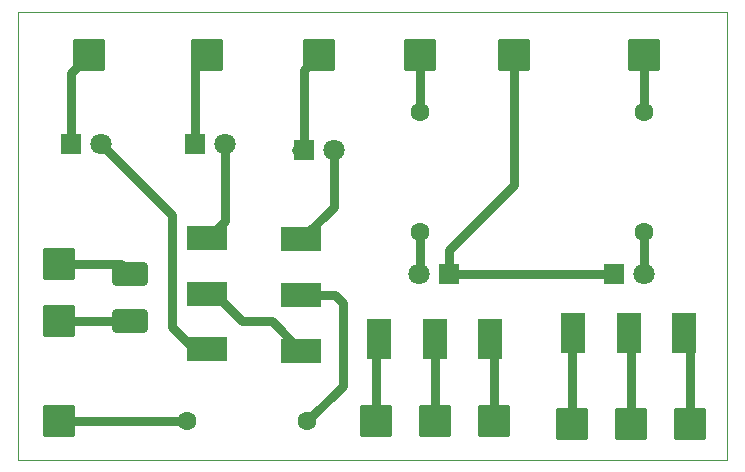
<source format=gbr>
%TF.GenerationSoftware,KiCad,Pcbnew,9.0.6*%
%TF.CreationDate,2025-11-23T16:41:02+00:00*%
%TF.ProjectId,PCB Design,50434220-4465-4736-9967-6e2e6b696361,rev?*%
%TF.SameCoordinates,Original*%
%TF.FileFunction,Copper,L2,Bot*%
%TF.FilePolarity,Positive*%
%FSLAX46Y46*%
G04 Gerber Fmt 4.6, Leading zero omitted, Abs format (unit mm)*
G04 Created by KiCad (PCBNEW 9.0.6) date 2025-11-23 16:41:02*
%MOMM*%
%LPD*%
G01*
G04 APERTURE LIST*
G04 Aperture macros list*
%AMRoundRect*
0 Rectangle with rounded corners*
0 $1 Rounding radius*
0 $2 $3 $4 $5 $6 $7 $8 $9 X,Y pos of 4 corners*
0 Add a 4 corners polygon primitive as box body*
4,1,4,$2,$3,$4,$5,$6,$7,$8,$9,$2,$3,0*
0 Add four circle primitives for the rounded corners*
1,1,$1+$1,$2,$3*
1,1,$1+$1,$4,$5*
1,1,$1+$1,$6,$7*
1,1,$1+$1,$8,$9*
0 Add four rect primitives between the rounded corners*
20,1,$1+$1,$2,$3,$4,$5,0*
20,1,$1+$1,$4,$5,$6,$7,0*
20,1,$1+$1,$6,$7,$8,$9,0*
20,1,$1+$1,$8,$9,$2,$3,0*%
G04 Aperture macros list end*
%TA.AperFunction,ComponentPad*%
%ADD10R,2.000000X3.500000*%
%TD*%
%TA.AperFunction,ComponentPad*%
%ADD11RoundRect,0.250000X-1.125000X-1.125000X1.125000X-1.125000X1.125000X1.125000X-1.125000X1.125000X0*%
%TD*%
%TA.AperFunction,ComponentPad*%
%ADD12RoundRect,0.250000X1.125000X1.125000X-1.125000X1.125000X-1.125000X-1.125000X1.125000X-1.125000X0*%
%TD*%
%TA.AperFunction,ComponentPad*%
%ADD13R,1.800000X1.800000*%
%TD*%
%TA.AperFunction,ComponentPad*%
%ADD14C,1.800000*%
%TD*%
%TA.AperFunction,ComponentPad*%
%ADD15R,3.500000X2.000000*%
%TD*%
%TA.AperFunction,ComponentPad*%
%ADD16C,1.600000*%
%TD*%
%TA.AperFunction,ComponentPad*%
%ADD17RoundRect,0.300000X-1.200000X-0.700000X1.200000X-0.700000X1.200000X0.700000X-1.200000X0.700000X0*%
%TD*%
%TA.AperFunction,Conductor*%
%ADD18C,0.800000*%
%TD*%
%TA.AperFunction,Profile*%
%ADD19C,0.050000*%
%TD*%
G04 APERTURE END LIST*
D10*
%TO.P,SW3,1,A*%
%TO.N,Net-(J8-Pin_1)*%
X122000000Y-85000000D03*
%TO.P,SW3,2,B*%
%TO.N,Net-(J5-Pin_1)*%
X117300000Y-85000000D03*
%TO.P,SW3,3,C*%
%TO.N,Net-(J13-Pin_1)*%
X112600000Y-85000000D03*
%TD*%
D11*
%TO.P,J10,1,Pin_1*%
%TO.N,Net-(J10-Pin_1)*%
X135000000Y-61000000D03*
%TD*%
D12*
%TO.P,J12,1,Pin_1*%
%TO.N,Net-(J12-Pin_1)*%
X128900000Y-92200000D03*
%TD*%
D11*
%TO.P,J14,1,Pin_1*%
%TO.N,Net-(J14-Pin_1)*%
X85500000Y-78690000D03*
%TD*%
D12*
%TO.P,J7,1,Pin_1*%
%TO.N,Net-(J7-Pin_1)*%
X138900000Y-92200000D03*
%TD*%
D13*
%TO.P,D1,1,K*%
%TO.N,Net-(D1-K)*%
X106230000Y-69000000D03*
D14*
%TO.P,D1,2,A*%
%TO.N,Net-(D1-A)*%
X108770000Y-69000000D03*
%TD*%
D15*
%TO.P,SW1,1,A*%
%TO.N,Net-(SW1-A)*%
X106000000Y-86000000D03*
%TO.P,SW1,2,B*%
%TO.N,Net-(SW1-B)*%
X106000000Y-81300000D03*
%TO.P,SW1,3,C*%
%TO.N,Net-(D1-A)*%
X106000000Y-76600000D03*
%TD*%
D13*
%TO.P,D4,1,K*%
%TO.N,Net-(D4-K)*%
X132500000Y-79500000D03*
D14*
%TO.P,D4,2,A*%
%TO.N,Net-(D4-A)*%
X135040000Y-79500000D03*
%TD*%
D11*
%TO.P,J15,1,Pin_1*%
%TO.N,Net-(J15-Pin_1)*%
X85500000Y-83500000D03*
%TD*%
D12*
%TO.P,J6,1,Pin_1*%
%TO.N,Net-(J6-Pin_1)*%
X133900000Y-92200000D03*
%TD*%
D11*
%TO.P,J8,1,Pin_1*%
%TO.N,Net-(J8-Pin_1)*%
X122300000Y-92000000D03*
%TD*%
%TO.P,J1,1,Pin_1*%
%TO.N,Net-(J1-Pin_1)*%
X85500000Y-92000000D03*
%TD*%
D13*
%TO.P,D3,1,K*%
%TO.N,Net-(D3-K)*%
X86460000Y-68500000D03*
D14*
%TO.P,D3,2,A*%
%TO.N,Net-(D3-A)*%
X89000000Y-68500000D03*
%TD*%
D11*
%TO.P,J5,1,Pin_1*%
%TO.N,Net-(J5-Pin_1)*%
X117300000Y-92000000D03*
%TD*%
D16*
%TO.P,R2,1*%
%TO.N,Net-(D4-A)*%
X135000000Y-76000000D03*
%TO.P,R2,2*%
%TO.N,Net-(J10-Pin_1)*%
X135000000Y-65840000D03*
%TD*%
D15*
%TO.P,SW2,1,A*%
%TO.N,Net-(D3-A)*%
X98000000Y-85900000D03*
%TO.P,SW2,2,B*%
%TO.N,Net-(SW1-A)*%
X98000000Y-81200000D03*
%TO.P,SW2,3,C*%
%TO.N,Net-(D2-A)*%
X98000000Y-76500000D03*
%TD*%
D10*
%TO.P,SW4,1,A*%
%TO.N,Net-(J7-Pin_1)*%
X138400000Y-84500000D03*
%TO.P,SW4,2,B*%
%TO.N,Net-(J6-Pin_1)*%
X133700000Y-84500000D03*
%TO.P,SW4,3,C*%
%TO.N,Net-(J12-Pin_1)*%
X129000000Y-84500000D03*
%TD*%
D11*
%TO.P,J3,1,Pin_1*%
%TO.N,Net-(D2-K)*%
X98000000Y-61000000D03*
%TD*%
%TO.P,J13,1,Pin_1*%
%TO.N,Net-(J13-Pin_1)*%
X112300000Y-92000000D03*
%TD*%
D17*
%TO.P,SW5,1,1*%
%TO.N,Net-(J14-Pin_1)*%
X91500000Y-79500000D03*
%TO.P,SW5,2,2*%
%TO.N,Net-(J15-Pin_1)*%
X91500000Y-83500000D03*
%TD*%
D11*
%TO.P,J4,1,Pin_1*%
%TO.N,Net-(D3-K)*%
X88000000Y-61000000D03*
%TD*%
%TO.P,J2,1,Pin_1*%
%TO.N,Net-(D1-K)*%
X107500000Y-61000000D03*
%TD*%
D13*
%TO.P,D2,1,K*%
%TO.N,Net-(D2-K)*%
X96960000Y-68500000D03*
D14*
%TO.P,D2,2,A*%
%TO.N,Net-(D2-A)*%
X99500000Y-68500000D03*
%TD*%
D11*
%TO.P,J9,1,Pin_1*%
%TO.N,Net-(J9-Pin_1)*%
X116000000Y-61000000D03*
%TD*%
%TO.P,J11,1,Pin_1*%
%TO.N,Net-(D4-K)*%
X124000000Y-61000000D03*
%TD*%
D16*
%TO.P,R3,1*%
%TO.N,Net-(D5-A)*%
X116000000Y-76000000D03*
%TO.P,R3,2*%
%TO.N,Net-(J9-Pin_1)*%
X116000000Y-65840000D03*
%TD*%
%TO.P,R1,1*%
%TO.N,Net-(J1-Pin_1)*%
X96340000Y-92000000D03*
%TO.P,R1,2*%
%TO.N,Net-(SW1-B)*%
X106500000Y-92000000D03*
%TD*%
D13*
%TO.P,D5,1,K*%
%TO.N,Net-(D4-K)*%
X118500000Y-79500000D03*
D14*
%TO.P,D5,2,A*%
%TO.N,Net-(D5-A)*%
X115960000Y-79500000D03*
%TD*%
D18*
%TO.N,Net-(D1-K)*%
X106230000Y-69000000D02*
X106230000Y-62270000D01*
X106230000Y-62270000D02*
X107500000Y-61000000D01*
X106230000Y-69000000D02*
X105500000Y-69000000D01*
%TO.N,Net-(D1-A)*%
X108770000Y-73830000D02*
X108770000Y-69000000D01*
X106000000Y-76600000D02*
X108770000Y-73830000D01*
%TO.N,Net-(D2-A)*%
X99500000Y-75000000D02*
X99500000Y-68500000D01*
X98000000Y-76500000D02*
X99500000Y-75000000D01*
%TO.N,Net-(D2-K)*%
X96960000Y-62040000D02*
X98000000Y-61000000D01*
X96960000Y-68500000D02*
X96960000Y-62040000D01*
%TO.N,Net-(D3-K)*%
X86460000Y-62540000D02*
X88000000Y-61000000D01*
X86460000Y-68500000D02*
X86460000Y-62540000D01*
%TO.N,Net-(D3-A)*%
X98000000Y-85900000D02*
X96900000Y-85900000D01*
X95000000Y-74500000D02*
X89000000Y-68500000D01*
X96900000Y-85900000D02*
X95000000Y-84000000D01*
X95000000Y-84000000D02*
X95000000Y-74500000D01*
%TO.N,Net-(D4-A)*%
X135000000Y-76000000D02*
X135000000Y-79301530D01*
X135000000Y-79301530D02*
X135119235Y-79420765D01*
%TO.N,Net-(D4-K)*%
X118500000Y-77500000D02*
X124000000Y-72000000D01*
X124000000Y-72000000D02*
X124000000Y-61000000D01*
X132500000Y-79500000D02*
X118500000Y-79500000D01*
X118500000Y-79500000D02*
X118500000Y-77500000D01*
%TO.N,Net-(D5-A)*%
X116000000Y-79460000D02*
X115960000Y-79500000D01*
X116000000Y-76000000D02*
X116000000Y-79460000D01*
%TO.N,Net-(J1-Pin_1)*%
X85500000Y-92000000D02*
X96340000Y-92000000D01*
%TO.N,Net-(J5-Pin_1)*%
X117300000Y-92000000D02*
X117300000Y-85000000D01*
%TO.N,Net-(J6-Pin_1)*%
X133900000Y-84700000D02*
X133700000Y-84500000D01*
X133900000Y-92200000D02*
X133900000Y-84700000D01*
%TO.N,Net-(J7-Pin_1)*%
X138900000Y-85000000D02*
X138400000Y-84500000D01*
X138900000Y-92200000D02*
X138900000Y-85000000D01*
%TO.N,Net-(J8-Pin_1)*%
X122300000Y-85300000D02*
X122000000Y-85000000D01*
X122300000Y-92000000D02*
X122300000Y-85300000D01*
%TO.N,Net-(J9-Pin_1)*%
X116000000Y-61000000D02*
X116000000Y-65840000D01*
%TO.N,Net-(J10-Pin_1)*%
X135000000Y-61000000D02*
X135000000Y-65840000D01*
%TO.N,Net-(SW1-B)*%
X108800000Y-81300000D02*
X106000000Y-81300000D01*
X109500000Y-89000000D02*
X109500000Y-82000000D01*
X106500000Y-92000000D02*
X109500000Y-89000000D01*
X109500000Y-82000000D02*
X108800000Y-81300000D01*
%TO.N,Net-(J12-Pin_1)*%
X128900000Y-92200000D02*
X128900000Y-84600000D01*
X128900000Y-84600000D02*
X129000000Y-84500000D01*
%TO.N,Net-(J13-Pin_1)*%
X112300000Y-85300000D02*
X112600000Y-85000000D01*
X112300000Y-92000000D02*
X112300000Y-85300000D01*
%TO.N,Net-(SW1-A)*%
X103500000Y-83500000D02*
X101000000Y-83500000D01*
X101000000Y-83500000D02*
X98700000Y-81200000D01*
X98700000Y-81200000D02*
X98000000Y-81200000D01*
X106000000Y-86000000D02*
X103500000Y-83500000D01*
%TO.N,Net-(J14-Pin_1)*%
X85500000Y-78690000D02*
X90690000Y-78690000D01*
X90690000Y-78690000D02*
X91500000Y-79500000D01*
%TO.N,Net-(J15-Pin_1)*%
X91500000Y-83500000D02*
X85500000Y-83500000D01*
%TD*%
D19*
X82000000Y-57310000D02*
X142000000Y-57310000D01*
X142000000Y-95310000D01*
X82000000Y-95310000D01*
X82000000Y-57310000D01*
M02*

</source>
